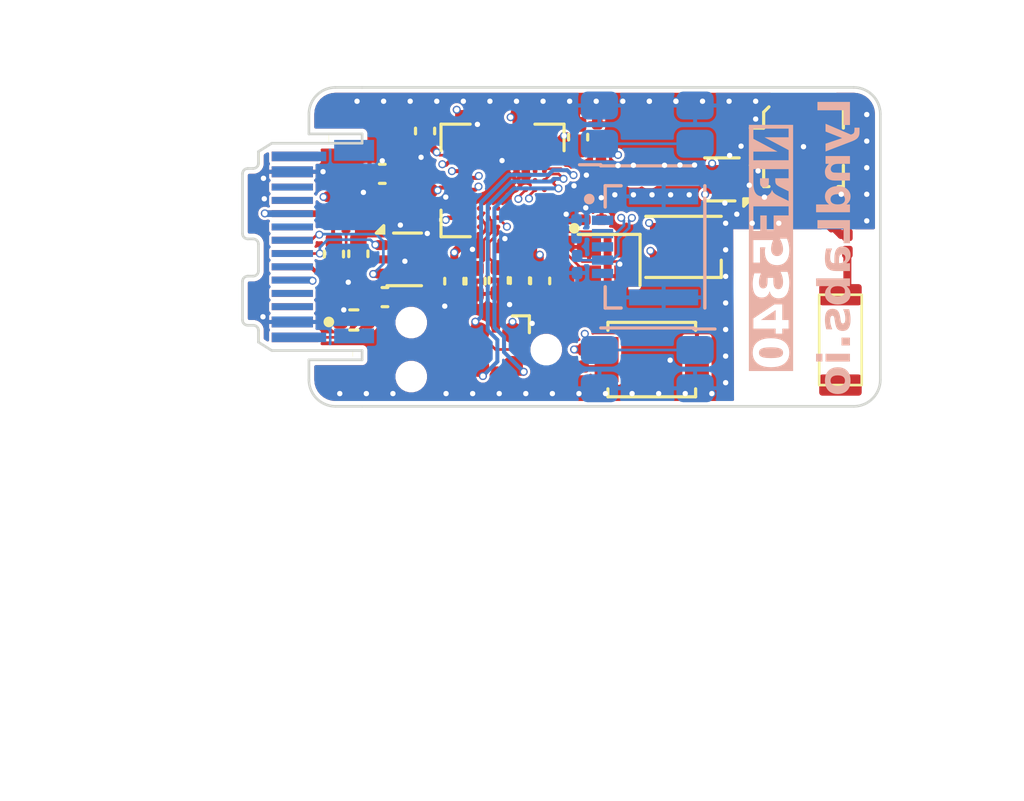
<source format=kicad_pcb>
(kicad_pcb (version 20241229) (generator "pcbnew") (generator_version "9.0")
  (layers (0 "F.Cu" signal) (4 "In1.Cu" signal) (6 "In2.Cu" signal) (2 "B.Cu" signal) (13 "F.Paste" user) (15 "B.Paste" user) (5 "F.SilkS" user "F.Silkscreen") (7 "B.SilkS" user "B.Silkscreen") (1 "F.Mask" user) (3 "B.Mask" user) (25 "Edge.Cuts" user))
  (net 0 "")
  (net 1 "Net-(AE1-A)")
  (net 2 "VDD_NRF")
  (net 3 "GND")
  (net 4 "VBUS")
  (net 5 "Net-(C11-Pad1)")
  (net 6 "Net-(U1B-DECUSB)")
  (net 7 "DECR")
  (net 8 "XL1")
  (net 9 "XL2")
  (net 10 "Net-(U2-GND)")
  (net 11 "Net-(C25-Pad1)")
  (net 12 "NFC1")
  (net 13 "NFC2")
  (net 14 "Net-(U1B-DECD)")
  (net 15 "Net-(U1B-DECRF)")
  (net 16 "Net-(U1B-DECA)")
  (net 17 "Net-(U1B-DECN)")
  (net 18 "USB_D+")
  (net 19 "USB_D-")
  (net 22 "CC2")
  (net 26 "CC1")
  (net 28 "DIN+")
  (net 29 "unconnected-(P1-VCONN-PadB5)")
  (net 31 "DIN-")
  (net 33 "SWCLK")
  (net 34 "RST")
  (net 36 "SWDIO")
  (net 39 "LED")
  (net 40 "Net-(U1B-VBUS)")
  (net 41 "Net-(U1A-ANT)")
  (net 42 "VOL-A")
  (net 43 "VOL-B")
  (net 46 "Net-(U1A-XC1)")
  (net 59 "Net-(U1A-XC2)")
  (net 90 "Net-(P1-SHIELD)")
  (net 94 "Net-(U3-ANT)")
  (net 95 "Net-(J6-In)")
  (net 96 "VCTL")
  (net 97 "Net-(U3-RF2)")
  (footprint "LyndLabs:JAE_DX07P024AJ1R1500" (layer "F.Cu") (at -12 0 -90)
    (property "Reference" "P1" (hide yes))
    (property "Value" "USB_C_Plug")
  )
  (footprint "Capacitor_SMD:C_0201_0603Metric" (layer "F.Cu") (at 9.27 -1.11 180)
    (property "Reference" "C13" (hide yes))
    (property "Value" "2.2pF")
  )
  (footprint "LED_SMD:LED_WS2812B-2020_PLCC4_2.0x2.0mm" (layer "F.Cu") (at 4.595 0 180)
    (property "Reference" "D2" (hide yes))
    (property "Value" "WS2812B-2020")
  )
  (footprint "Capacitor_SMD:C_0402_1005Metric" (layer "F.Cu") (at -6.74 -2.75 180)
    (property "Reference" "C30" (hide yes))
    (property "Value" "1uF")
  )
  (footprint "Capacitor_SMD:C_0402_1005Metric" (layer "F.Cu") (at -5.13 -4.36 -90)
    (property "Reference" "C47" (hide yes))
    (property "Value" "1uF")
  )
  (footprint "Capacitor_SMD:C_0402_1005Metric" (layer "F.Cu") (at 0.63 -4.13 -90)
    (property "Reference" "C9" (hide yes))
    (property "Value" "1uF")
  )
  (footprint "Inductor_SMD:L_0402_1005Metric" (layer "F.Cu") (at -8.105001 -0.980002)
    (property "Reference" "L5" (hide yes))
    (property "Value" "120R")
  )
  (footprint "Capacitor_SMD:C_0402_1005Metric" (layer "F.Cu") (at -3.23 1.29 -90)
    (property "Reference" "C45" (hide yes))
    (property "Value" "1uF")
  )
  (footprint "Capacitor_SMD:C_0201_0603Metric" (layer "F.Cu") (at -5.49 -2.43 90)
    (property "Reference" "C16" (hide yes))
    (property "Value" "4.7uf")
  )
  (footprint "Crystal:Crystal_SMD_2016-4Pin_2.0x1.6mm" (layer "F.Cu") (at 1.74 0.55 180)
    (property "Reference" "Y1" (hide yes))
    (property "Value" "32MHz")
  )
  (footprint "Capacitor_SMD:C_0402_1005Metric" (layer "F.Cu") (at -2.36 1.26 -90)
    (property "Reference" "C43" (hide yes))
    (property "Value" "1uF")
  )
  (footprint "Capacitor_SMD:C_0201_0603Metric" (layer "F.Cu") (at -2.02 0.04 180)
    (property "Reference" "C46" (hide yes))
    (property "Value" "100nF")
  )
  (footprint "Capacitor_SMD:C_0201_0603Metric" (layer "F.Cu") (at 10.4 -1.03 45)
    (property "Reference" "C11" (hide yes))
    (property "Value" ".7pF")
  )
  (footprint "Resistor_SMD:R_0201_0603Metric" (layer "F.Cu") (at -5.14 -1.33 180)
    (property "Reference" "R1" (hide yes))
    (property "Value" "2.2")
  )
  (footprint "Capacitor_SMD:C_0201_0603Metric" (layer "F.Cu") (at 1.19 -1.02)
    (property "Reference" "C44" (hide yes))
    (property "Value" "2.2nF")
  )
  (footprint "Resistor_SMD:R_0201_0603Metric" (layer "F.Cu") (at -8.36 1.89)
    (property "Reference" "R5" (hide yes))
    (property "Value" "5.1K")
  )
  (footprint "Inductor_SMD:L_0201_0603Metric" (layer "F.Cu") (at 2.419999 -2.53 180)
    (property "Reference" "L4" (hide yes))
    (property "Value" "2.2nH")
  )
  (footprint "Capacitor_SMD:C_0402_1005Metric" (layer "F.Cu") (at -7.64 0.26 -90)
    (property "Reference" "C27" (hide yes))
    (property "Value" "100nF")
  )
  (footprint "Button_Switch_SMD:SW_SPST_B3U-1000P" (layer "F.Cu") (at 3.4 4.24)
    (property "Reference" "SW3" (hide yes))
    (property "Value" "Reset")
  )
  (footprint "Connector:Tag-Connect_TC2030-IDC-NL_2x03_P1.27mm_Vertical" (layer "F.Cu") (at -3.11 3.864 180)
    (property "Reference" "J3" (hide yes))
    (property "Value" "SWD")
  )
  (footprint "Capacitor_SMD:C_0402_1005Metric" (layer "F.Cu") (at -1.56 1.27 90)
    (property "Reference" "C20" (hide yes))
    (property "Value" "1uF")
  )
  (footprint "Package_DFN_QFN:DFN-6_1.3x1.2mm_P0.4mm" (layer "F.Cu") (at 6.04 -2.54 180)
    (property "Reference" "U3" (hide yes))
    (property "Value" "~")
  )
  (footprint "Capacitor_SMD:C_0201_0603Metric" (layer "F.Cu") (at -4.88 -2.44 -90)
    (property "Reference" "C6" (hide yes))
    (property "Value" "100nF")
  )
  (footprint "LyndLabs:NRF5340-4x4" (layer "F.Cu") (at -2.215001 -2.5 180)
    (property "Reference" "U1" (hide yes))
    (property "Value" "nRF5340-CLXX")
  )
  (footprint "Capacitor_SMD:C_0201_0603Metric" (layer "F.Cu") (at -1.36 -4.96 180)
    (property "Reference" "C1" (hide yes))
    (property "Value" "100nF")
  )
  (footprint "Package_TO_SOT_SMD:SOT-666" (layer "F.Cu") (at -5.915 0.47)
    (property "Reference" "U2" (hide yes))
    (property "Value" "USBLC6-2P6")
  )
  (footprint "Inductor_SMD:L_0201_0603Metric" (layer "F.Cu") (at 10.76 -0.13 90)
    (property "Reference" "L1" (hide yes))
    (property "Value" "4.7nh")
  )
  (footprint "Resistor_SMD:R_0402_1005Metric" (layer "F.Cu") (at -7.81 2.75 180)
    (property "Reference" "R2" (hide yes))
    (property "Value" "1M0")
  )
  (footprint "Capacitor_SMD:C_0402_1005Metric" (layer "F.Cu") (at -0.799998 1.28 90)
    (property "Reference" "C47" (hide yes))
    (property "Value" "1uF")
  )
  (footprint "Resistor_SMD:R_0201_0603Metric" (layer "F.Cu") (at 0.83 4.18 90)
    (property "Reference" "R3" (hide yes))
    (property "Value" "10K")
  )
  (footprint "Capacitor_SMD:C_0201_0603Metric" (layer "F.Cu") (at -6.53 -2.08 180)
    (property "Reference" "C32" (hide yes))
    (property "Value" "100nF")
  )
  (footprint "Connector_Coaxial:U.FL_Molex_MCRF_73412-0110_Vertical" (layer "F.Cu") (at 9.11 -3.77 -90)
    (property "Reference" "J6" (hide yes))
    (property "Value" "u.fl")
  )
  (footprint "Resistor_SMD:R_0201_0603Metric" (layer "F.Cu") (at 3.299999 -2.86 90)
    (property "Reference" "C18" (hide yes))
    (property "Value" "NC")
  )
  (footprint "Capacitor_SMD:C_0201_0603Metric" (layer "F.Cu") (at 1.35 -4.33 -90)
    (property "Reference" "C4" (hide yes))
    (property "Value" "100nF")
  )
  (footprint "Capacitor_SMD:C_0402_1005Metric" (layer "F.Cu") (at -4.03 1.29 90)
    (property "Reference" "C8" (hide yes))
    (property "Value" "1uF")
  )
  (footprint "Capacitor_SMD:C_0201_0603Metric" (layer "F.Cu") (at -5.14 -0.81)
    (property "Reference" "C10" (hide yes))
    (property "Value" "4.7uf")
  )
  (footprint "Capacitor_SMD:C_0402_1005Metric" (layer "F.Cu") (at -6.64 1.89)
    (property "Reference" "C24" (hide yes))
    (property "Value" "4.7nF")
  )
  (footprint "Capacitor_SMD:C_0402_1005Metric" (layer "F.Cu") (at -8.559999 0.270005 -90)
    (property "Reference" "C25" (hide yes))
    (property "Value" "10nF")
  )
  (footprint "Capacitor_SMD:C_0201_0603Metric" (layer "F.Cu") (at -0.11 1.47 90)
    (property "Reference" "C3" (hide yes))
    (property "Value" "100nF")
  )
  (footprint "Capacitor_SMD:C_0201_0603Metric" (layer "F.Cu") (at 1.49 -2.87 90)
    (property "Reference" "C21" (hide yes))
    (property "Value" ".7pF" (hide yes))
  )
  (footprint "Capacitor_SMD:C_0201_0603Metric" (layer "F.Cu") (at -4.09 -4.95)
    (property "Reference" "C2" (hide yes))
    (property "Value" "100nF")
  )
  (footprint "Resistor_SMD:R_0201_0603Metric" (layer "F.Cu") (at -8.39 -1.89)
    (property "Reference" "R4" (hide yes))
    (property "Value" "5.1K")
  )
  (footprint "LyndLabs:2450AT18B100" (layer "F.Cu") (at 10.5 3.5 -90)
    (property "Reference" "AE1" (hide yes))
    (property "Value" "2450AT18B100")
  )
  (footprint "Capacitor_SMD:C_0201_0603Metric" (layer "B.Cu") (at 0.570002 -0.68 90)
    (property "Reference" "C42" (hide yes))
    (property "Value" "300pF")
  )
  (footprint "Capacitor_SMD:C_0201_0603Metric" (layer "B.Cu") (at 0.59 0.66 90)
    (property "Reference" "C41" (hide yes))
    (property "Value" "300pF")
  )
  (footprint "Button_Switch_SMD:SW_SPST_EVQP7A" (layer "B.Cu") (at 3.23 4.6 180)
    (property "Reference" "SW2" (hide yes))
    (property "Value" "SW_Push")
  )
  (footprint "LyndLabs:MOLEX_51281-0594" (layer "B.Cu") (at 1.5475 0 -90)
    (property "Reference" "J1" (hide yes))
    (property "Value" "Molex 51281-0594")
  )
  (footprint "Button_Switch_SMD:SW_SPST_EVQP7A" (layer "B.Cu") (at 3.23 -4.6)
    (property "Reference" "SW1" (hide yes))
    (property "Value" "SW_Push")
  )
  (gr_line (start -9.5 -4.25) (end -9.5 -5.000001) (stroke (width 0.1)) (layer "Edge.Cuts"))
  (gr_line (start 12 5) (end 12 -5) (stroke (width 0.1)) (layer "Edge.Cuts"))
  (gr_line (start -11.4 3.150002) (end -11.4 3.585) (stroke (width 0.1)) (layer "Edge.Cuts"))
  (gr_line (start -10.9 -3.9) (end -11.4 -3.585) (stroke (width 0.1)) (layer "Edge.Cuts"))
  (gr_arc (start -11.4 0.899999) (mid -11.458579 1.041421) (end -11.600001 1.1) (stroke (width 0.1)) (layer "Edge.Cuts"))
  (gr_line (start -11.4 -0.099999) (end -11.4 0.899999) (stroke (width 0.1)) (layer "Edge.Cuts"))
  (gr_arc (start -12 -2.749999) (mid -11.941421 -2.891421) (end -11.799998 -2.95) (stroke (width 0.1)) (layer "Edge.Cuts"))
  (gr_line (start -12 1.300001) (end -12 2.749998) (stroke (width 0.1)) (layer "Edge.Cuts"))
  (gr_arc (start -9.5 -5.000001) (mid -9.207107 -5.707107) (end -8.500001 -6) (stroke (width 0.1)) (layer "Edge.Cuts"))
  (gr_line (start -7.5 3.9) (end -7.5 4.25) (stroke (width 0.1)) (layer "Edge.Cuts"))
  (gr_line (start -12 -2.749999) (end -12 -0.500001) (stroke (width 0.1)) (layer "Edge.Cuts"))
  (gr_arc (start -11.799998 -0.3) (mid -11.941421 -0.358579) (end -12 -0.500001) (stroke (width 0.1)) (layer "Edge.Cuts"))
  (gr_line (start -11.600001 1.1) (end -11.799999 1.1) (stroke (width 0.1)) (layer "Edge.Cuts"))
  (gr_line (start -7.5 -3.9) (end -7.5 -4.25) (stroke (width 0.1)) (layer "Edge.Cuts"))
  (gr_line (start -11.799999 2.95) (end -11.600001 2.95) (stroke (width 0.1)) (layer "Edge.Cuts"))
  (gr_arc (start -8.500001 6) (mid -9.207107 5.707107) (end -9.5 5.000001) (stroke (width 0.1)) (layer "Edge.Cuts"))
  (gr_line (start -10.9 3.9) (end -7.5 3.9) (stroke (width 0.1)) (layer "Edge.Cuts"))
  (gr_line (start -11.600002 -2.95) (end -11.799998 -2.95) (stroke (width 0.1)) (layer "Edge.Cuts"))
  (gr_arc (start 12 5) (mid 11.707107 5.707107) (end 11 6) (stroke (width 0.1)) (layer "Edge.Cuts"))
  (gr_arc (start -11.600001 -0.3) (mid -11.458579 -0.241421) (end -11.4 -0.099999) (stroke (width 0.1)) (layer "Edge.Cuts"))
  (gr_arc (start -12 1.300001) (mid -11.941421 1.158579) (end -11.799999 1.1) (stroke (width 0.1)) (layer "Edge.Cuts"))
  (gr_line (start -8.500001 -6) (end -7.5 -6) (stroke (width 0.1)) (layer "Edge.Cuts"))
  (gr_line (start -7.5 -3.9) (end -10.9 -3.9) (stroke (width 0.1)) (layer "Edge.Cuts"))
  (gr_line (start -7.5 -4.25) (end -9.5 -4.25) (stroke (width 0.1)) (layer "Edge.Cuts"))
  (gr_line (start 11 -6) (end -7.5 -6) (stroke (width 0.1)) (layer "Edge.Cuts"))
  (gr_line (start -11.4 3.585) (end -10.9 3.9) (stroke (width 0.1)) (layer "Edge.Cuts"))
  (gr_arc (start -11.600001 2.95) (mid -11.458579 3.008579) (end -11.4 3.150002) (stroke (width 0.1)) (layer "Edge.Cuts"))
  (gr_line (start -11.4 -3.585) (end -11.4 -3.150001) (stroke (width 0.1)) (layer "Edge.Cuts"))
  (gr_line (start -9.5 4.25) (end -9.5 5.000001) (stroke (width 0.1)) (layer "Edge.Cuts"))
  (gr_arc (start -11.4 -3.150001) (mid -11.458579 -3.008579) (end -11.600002 -2.95) (stroke (width 0.1)) (layer "Edge.Cuts"))
  (gr_line (start -11.799998 -0.3) (end -11.600001 -0.3) (stroke (width 0.1)) (layer "Edge.Cuts"))
  (gr_line (start -7.5 6) (end 11 6) (stroke (width 0.1)) (layer "Edge.Cuts"))
  (gr_line (start -8.500001 6) (end -7.5 6) (stroke (width 0.1)) (layer "Edge.Cuts"))
  (gr_line (start -7.5 4.25) (end -9.5 4.25) (stroke (width 0.1)) (layer "Edge.Cuts"))
  (gr_arc (start 11 -6) (mid 11.707107 -5.707107) (end 12 -5) (stroke (width 0.1)) (layer "Edge.Cuts"))
  (gr_arc (start -11.799999 2.95) (mid -11.941421 2.891421) (end -12 2.749998) (stroke (width 0.1)) (layer "Edge.Cuts"))
  (gr_text "NRF5340" (at 8.01 0 90) (layer "B.SilkS" knockout) (effects (font (size 1.3 1.3) (thickness 0.26) (bold yes)) (justify mirror)))
  (gr_text "LyndLabs.io" (at 10.36 0 90) (layer "B.SilkS") (effects (font (size 1.2 1.2) (thickness 0.25) (bold yes)) (justify mirror)))
  (segment (start 10.76 1.539999) (end 10.5 1.799999) (width 0.3) (layer "F.Cu") (net 1))
  (segment (start 10.76 0.19) (end 10.76 1.539999) (width 0.3) (layer "F.Cu") (net 1))
  (segment (start -4.03 0.81) (end -4.03 0.211212) (width 0.3) (layer "F.Cu") (net 2))
  (segment (start -2.05015 -0.760149) (end -2.390001 -1.1) (width 0.1) (layer "F.Cu") (net 2))
  (segment (start -0.990001 -1.577279) (end -0.990001 -0.75) (width 0.15) (layer "F.Cu") (net 2))
  (segment (start 0.63 -3.65) (end 0.8 -3.65) (width 0.3) (layer "F.Cu") (net 2))
  (segment (start -0.99 0.609998) (end -0.99 -0.749999) (width 0.15) (layer "F.Cu") (net 2))
  (segment (start -4.140001 -1.1) (end -4.268279 -1.1) (width 0.15) (layer "F.Cu") (net 2))
  (segment (start -0.640001 -1.8) (end -0.76728 -1.8) (width 0.15) (layer "F.Cu") (net 2))
  (segment (start -4.56 -2.23) (end -4.66 -2.13) (width 0.15) (layer "F.Cu") (net 2))
  (segment (start -4.268279 -1.1) (end -4.354371 -1.013908) (width 0.15) (layer "F.Cu") (net 2))
  (segment (start -0.815 0.520996) (end -0.947001 0.652997) (width 0.3) (layer "F.Cu") (net 2))
  (segment (start -4.58 -3.45) (end -4.69 -3.56) (width 0.1) (layer "F.Cu") (net 2))
  (segment (start -4.69 -3.56) (end -5.01 -3.88) (width 0.3) (layer "F.Cu") (net 2))
  (segment (start -4.03 0.211212) (end -3.440001 -0.378787) (width 0.3) (layer "F.Cu") (net 2))
  (segment (start 3.68 0.55) (end 3.68 0.48) (width 0.3) (layer "F.Cu") (net 2))
  (segment (start 3.68 0.48) (end 3.349 0.149) (width 0.3) (layer "F.Cu") (net 2))
  (segment (start -1.84 3.229) (end -1.84 2.82) (width 0.1) (layer "F.Cu") (net 2))
  (segment (start -4.040001 -3.45) (end -4.58 -3.45) (width 0.1) (layer "F.Cu") (net 2))
  (segment (start -3.790001 -4.929999) (end -3.77 -4.95) (width 0.15) (layer "F.Cu") (net 2))
  (segment (start -0.46 0.8) (end -0.11 1.15) (width 0.3) (layer "F.Cu") (net 2))
  (segment (start -3.440001 -0.378787) (end -3.440001 -1.1) (width 0.3) (layer "F.Cu") (net 2))
  (segment (start -0.799998 0.8) (end -0.947001 0.652997) (width 0.3) (layer "F.Cu") (net 2))
  (segment (start 1.16 -4.01) (end 1.35 -4.01) (width 0.3) (layer "F.Cu") (net 2))
  (segment (start -5.01 -3.88) (end -5.13 -3.88) (width 0.3) (layer "F.Cu") (net 2))
  (segment (start -3.870001 -2.23) (end -4.56 -2.23) (width 0.15) (layer "F.Cu") (net 2))
  (segment (start -3.790001 -4.25) (end -3.790001 -4.929999) (width 0.15) (layer "F.Cu") (net 2))
  (segment (start -3.790001 -3.2) (end -4.040001 -3.45) (width 0.1) (layer "F.Cu") (net 2))
  (segment (start 0.48 3.86) (end 0.83 3.86) (width 0.3) (layer "F.Cu") (net 2))
  (segment (start -0.815 0.295) (end -0.815 0.520996) (width 0.3) (layer "F.Cu") (net 2))
  (segment (start -0.76728 -1.8) (end -0.990001 -1.577279) (width 0.15) (layer "F.Cu") (net 2))
  (segment (start -0.799998 0.8) (end -0.46 0.8) (width 0.3) (layer "F.Cu") (net 2))
  (segment (start -0.99 -0.749999) (end -0.990001 -0.75) (width 0.15) (layer "F.Cu") (net 2))
  (segment (start -1.690001 -4.25) (end -1.690001 -4.949999) (width 0.3) (layer "F.Cu") (net 2))
  (segment (start 0.8 -3.65) (end 1.16 -4.01) (width 0.3) (layer "F.Cu") (net 2))
  (segment (start -1.690001 -4.949999) (end -1.68 -4.96) (width 0.3) (layer "F.Cu") (net 2))
  (segment (start -3.790001 -2.15) (end -3.870001 -2.23) (width 0.15) (layer "F.Cu") (net 2))
  (segment (start -0.947001 0.652997) (end -0.99 0.609998) (width 0.15) (layer "F.Cu") (net 2))
  (via (at 3.349 0.149) (size 0.3) (drill 0.2) (layers "F.Cu" "B.Cu") (net 2))
  (via (at -4.03 0.211212) (size 0.3) (drill 0.2) (layers "F.Cu" "B.Cu") (net 2))
  (via (at -1.91 -4.88) (size 0.3) (drill 0.2) (layers "F.Cu" "B.Cu") (net 2))
  (via (at -1.84 2.82) (size 0.3) (drill 0.2) (layers "F.Cu" "B.Cu") (net 2))
  (via (at -0.815 0.295) (size 0.3) (drill 0.2) (layers "F.Cu" "B.Cu") (net 2))
  (via (at -2.05015 -0.760149) (size 0.3) (drill 0.2) (layers "F.Cu" "B.Cu") (net 2))
  (via (at -4.66 -2.13) (size 0.3) (drill 0.2) (layers "F.Cu" "B.Cu") (net 2))
  (via (at 5.672694 -3.138319) (size 0.3) (drill 0.2) (layers "F.Cu" "B.Cu") (net 2))
  (via (at -4.354371 -1.013908) (size 0.3) (drill 0.2) (layers "F.Cu" "B.Cu") (net 2))
  (via (at 0.48 3.86) (size 0.3) (drill 0.2) (layers "F.Cu" "B.Cu") (net 2))
  (via (at 0.1 -4.18) (size 0.3) (drill 0.2) (layers "F.Cu" "B.Cu") (net 2))
  (via (at -4.69 -3.56) (size 0.3) (drill 0.2) (layers "F.Cu" "B.Cu") (net 2))
  (via (at -3.94 -5.16) (size 0.3) (drill 0.2) (layers "F.Cu" "B.Cu") (net 2))
  (segment (start -4.140001 -1.8) (end -4.277996 -1.8) (width 0.15) (layer "F.Cu") (net 3))
  (segment (start -4.277996 -1.8) (end -4.351987 -1.873991) (width 0.15) (layer "F.Cu") (net 3))
  (via (at -1.34 5.52) (size 0.3) (drill 0.2) (layers "F.Cu" "B.Cu") (net 3))
  (via (at 6.18 3.11) (size 0.3) (drill 0.2) (layers "F.Cu" "B.Cu") (net 3))
  (via (at 7.64 -1.87) (size 0.3) (drill 0.2) (layers "F.Cu" "B.Cu") (net 3))
  (via (at 2.66 5.52) (size 0.3) (drill 0.2) (layers "F.Cu" "B.Cu") (net 3))
  (via (at 0.66 5.52) (size 0.3) (drill 0.2) (layers "F.Cu" "B.Cu") (net 3))
  (via (at 9.11 -3.77) (size 0.3) (drill 0.2) (layers "F.Cu" "B.Cu") (net 3))
  (via (at -1.1 2.88) (size 0.3) (drill 0.2) (layers "F.Cu" "B.Cu") (net 3))
  (via (at 4.46 -3.08) (size 0.3) (drill 0.2) (layers "F.Cu" "B.Cu") (net 3))
  (via (at 4.31 -5.48) (size 0.3) (drill 0.2) (layers "F.Cu" "B.Cu") (net 3))
  (via (at 6.15 -1.65) (size 0.3) (drill 0.2) (layers "F.Cu" "B.Cu") (net 3))
  (via (at 0.18 -1.229) (size 0.3) (drill 0.2) (layers "F.Cu" "B.Cu") (net 3))
  (via (at 0.94 -2.7) (size 0.3) (drill 0.2) (layers "F.Cu" "B.Cu") (net 3))
  (via (at 4.31 -5.48) (size 0.3) (drill 0.2) (layers "F.Cu" "B.Cu") (net 3))
  (via (at 2.01 -1.96) (size 0.3) (drill 0.2) (layers "F.Cu" "B.Cu") (net 3))
  (via (at 7.31 -5.48) (size 0.3) (drill 0.2) (layers "F.Cu" "B.Cu") (net 3))
  (via (at -4.351987 -1.873991) (size 0.3) (drill 0.2) (layers "F.Cu" "B.Cu") (net 3))
  (via (at 6.18 2.11) (size 0.3) (drill 0.2) (layers "F.Cu" "B.Cu") (net 3))
  (via (at 2.197502 0.650002) (size 0.3) (drill 0.2) (layers "F.Cu" "B.Cu") (net 3))
  (via (at -2.2342 -3.247795) (size 0.3) (drill 0.2) (layers "F.Cu" "B.Cu") (net 3))
  (via (at 6.18 -0.89) (size 0.3) (drill 0.2) (layers "F.Cu" "B.Cu") (net 3))
  (via (at -2.69 -5.48) (size 0.3) (drill 0.2) (layers "F.Cu" "B.Cu") (net 3))
  (via (at 8.18 -0.89) (size 0.3) (drill 0.2) (layers "F.Cu" "B.Cu") (net 3))
  (via (at 6.18 1.11) (size 0.3) (drill 0.2) (layers "F.Cu" "B.Cu") (net 3))
  (via (at -6.69 -5.48) (size 0.3) (drill 0.2) (layers "F.Cu" "B.Cu") (net 3))
  (via (at 6.18 5.11) (size 0.3) (drill 0.2) (layers "F.Cu" "B.Cu") (net 3))
  (via (at -4.34 5.52) (size 0.3) (drill 0.2) (layers "F.Cu" "B.Cu") (net 3))
  (via (at 11.49 -2.98) (size 0.3) (drill 0.2) (layers "F.Cu" "B.Cu") (net 3))
  (via (at -7.34 5.52) (size 0.3) (drill 0.2) (layers "F.Cu" "B.Cu") (net 3))
  (via (at 11.49 -1.98) (size 0.3) (drill 0.2) (layers "F.Cu" "B.Cu") (net 3))
  (via (at -11.21 -2.58) (size 0.3) (drill 0.2) (layers "F.Cu" "B.Cu") (net 3))
  (via (at 6.76 -3.79) (size 0.3) (drill 0.2) (layers "F.Cu" "B.Cu") (net 3))
  (via (at 6.33 -3.44) (size 0.3) (drill 0.2) (layers "F.Cu" "B.Cu") (net 3))
  (via (at 5.01 -3.08) (size 0.3) (drill 0.2) (layers "F.Cu" "B.Cu") (net 3))
  (via (at 11.49 -4.98) (size 0.3) (drill 0.2) (layers "F.Cu" "B.Cu") (net 3))
  (via (at -6.34 5.52) (size 0.3) (drill 0.2) (layers "F.Cu" "B.Cu") (net 3))
  (via (at -11.23 2.63) (size 0.3) (drill 0.2) (layers "F.Cu" "B.Cu") (net 3))
  (via (at -1.95 2.17) (size 0.3) (drill 0.2) (layers "F.Cu" "B.Cu") (net 3))
  (via (at 6.18 4.11) (size 0.3) (drill 0.2) (layers "F.Cu" "B.Cu") (net 3))
  (via (at -3.347 0.093897) (size 0.3) (drill 0.2) (layers "F.Cu" "B.Cu") (net 3))
  (via (at 6.18 0.11) (size 0.3) (drill 0.2) (layers "F.Cu" "B.Cu") (net 3))
  (via (at 1.5 -1.85) (size 0.3) (drill 0.2) (layers "F.Cu" "B.Cu") (net 3))
  (via (at 1.66 5.52) (size 0.3) (drill 0.2) (layers "F.Cu" "B.Cu") (net 3))
  (via (at 11.49 -0.98) (size 0.3) (drill 0.2) (layers "F.Cu" "B.Cu") (net 3))
  (via (at -3.69 -5.48) (size 0.3) (drill 0.2) (layers "F.Cu" "B.Cu") (net 3))
  (via (at 2.31 -5.48) (size 0.3) (drill 0.2) (layers "F.Cu" "B.Cu") (net 3))
  (via (at -7.45 -2.05) (size 0.3) (drill 0.2) (layers "F.Cu" "B.Cu") (net 3))
  (via (at -5.046036 -0.505) (size 0.3) (drill 0.2) (layers "F.Cu" "B.Cu") (net 3))
  (via (at 3.66 5.52) (size 0.3) (drill 0.2) (layers "F.Cu" "B.Cu") (net 3))
  (via (at 0.31 -5.48) (size 0.3) (drill 0.2) (layers "F.Cu" "B.Cu") (net 3))
  (via (at -0.69 -5.48) (size 0.3) (drill 0.2) (layers "F.Cu" "B.Cu") (net 3))
  (via (at 3.31 -5.48) (size 0.3) (drill 0.2) (layers "F.Cu" "B.Cu") (net 3))
  (via (at 5.66 5.52) (size 0.3) (drill 0.2) (layers "F.Cu" "B.Cu") (net 3))
  (via (at 2.13 -3.06) (size 0.3) (drill 0.2) (layers "F.Cu" "B.Cu") (net 3))
  (via (at -7.69 -5.48) (size 0.3) (drill 0.2) (layers "F.Cu" "B.Cu") (net 3))
  (via (at -3.16 -4.61) (size 0.3) (drill 0.2) (layers "F.Cu" "B.Cu") (net 3))
  (via (at 7.07 -2.32) (size 0.3) (drill 0.2) (layers "F.Cu" "B.Cu") (net 3))
  (via (at -2.127026 -0.310701) (size 0.3) (drill 0.2) (layers "F.Cu" "B.Cu") (net 3))
  (via (at 7.31 -4.81) (size 0.3) (drill 0.2) (layers "F.Cu" "B.Cu") (net 3))
  (via (at 3.88 -3.07) (size 0.3) (drill 0.2) (layers "F.Cu" "B.Cu") (net 3))
  (via (at 6.6 -1.23) (size 0.3) (drill 0.2) (layers "F.Cu" "B.Cu") (net 3))
  (via (at 2.71 -1.96) (size 0.3) (drill 0.2) (layers "F.Cu" "B.Cu") (net 3))
  (via (at -5.280994 -3.371235) (size 0.3) (drill 0.2) (layers "F.Cu" "B.Cu") (net 3))
  (via (at 0.473235 -2.300886) (size 0.3) (drill 0.2) (layers "F.Cu" "B.Cu") (net 3))
  (via (at -5.69 -5.48) (size 0.3) (drill 0.2) (layers "F.Cu" "B.Cu") (net 3))
  (via (at -4.69 -5.48) (size 0.3) (drill 0.2) (layers "F.Cu" "B.Cu") (net 3))
  (via (at 11.49 -3.98) (size 0.3) (drill 0.2) (layers "F.Cu" "B.Cu") (net 3))
  (via (at 3.31 -5.48) (size 0.3) (drill 0.2) (layers "F.Cu" "B.Cu") (net 3))
  (via (at -8.02 1.33) (size 0.3) (drill 0.2) (layers "F.Cu" "B.Cu") (net 3))
  (via (at 4.66 5.52) (size 0.3) (drill 0.2) (layers "F.Cu" "B.Cu") (net 3))
  (via (at 10.53 -1.98) (size 0.3) (drill 0.2) (layers "F.Cu" "B.Cu") (net 3))
  (via (at -6.74 -3.24) (size 0.3) (drill 0.2) (layers "F.Cu" "B.Cu") (net 3))
  (via (at -5.89 0.54) (size 0.3) (drill 0.2) (layers "F.Cu" "B.Cu") (net 3))
  (via (at 4.81 -1.96) (size 0.3) (drill 0.2) (layers "F.Cu" "B.Cu") (net 3))
  (via (at -2.34 5.52) (size 0.3) (drill 0.2) (layers "F.Cu" "B.Cu") (net 3))
  (via (at 5.31 -5.48) (size 0.3) (drill 0.2) (layers "F.Cu" "B.Cu") (net 3))
  (via (at -8.19 2.37) (size 0.3) (drill 0.2) (layers "F.Cu" "B.Cu") (net 3))
  (via (at 3.41 -1.96) (size 0.3) (drill 0.2) (layers "F.Cu" "B.Cu") (net 3))
  (via (at 2.71 -3.07) (size 0.3) (drill 0.2) (layers "F.Cu" "B.Cu") (net 3))
  (via (at -4.39 2.23) (size 0.3) (drill 0.2) (layers "F.Cu" "B.Cu") (net 3))
  (via (at -8.34 5.52) (size 0.3) (drill 0.2) (layers "F.Cu" "B.Cu") (net 3))
  (via (at -6.06 -0.82) (size 0.3) (drill 0.2) (layers "F.Cu" "B.Cu") (net 3))
  (via (at 1.31 -5.48) (size 0.3) (drill 0.2) (layers "F.Cu" "B.Cu") (net 3))
  (via (at -8.97 -2.83) (size 0.3) (drill 0.2) (layers "F.Cu" "B.Cu") (net 3))
  (via (at -11.18 -1.81) (size 0.3) (drill 0.2) (layers "F.Cu" "B.Cu") (net 3))
  (via (at -1.69 -5.48) (size 0.3) (drill 0.2) (layers "F.Cu" "B.Cu") (net 3))
  (via (at 0.916313 -1.47) (size 0.3) (drill 0.2) (layers "F.Cu" "B.Cu") (net 3))
  (via (at 4.091778 4.263459) (size 0.3) (drill 0.2) (layers "F.Cu" "B.Cu") (net 3))
  (via (at 7.18 -0.89) (size 0.3) (drill 0.2) (layers "F.Cu" "B.Cu") (net 3))
  (via (at -3.34 5.52) (size 0.3) (drill 0.2) (layers "F.Cu" "B.Cu") (net 3))
  (via (at 4.11 -1.96) (size 0.3) (drill 0.2) (layers "F.Cu" "B.Cu") (net 3))
  (via (at 6.31 -5.48) (size 0.3) (drill 0.2) (layers "F.Cu" "B.Cu") (net 3))
  (via (at -0.34 5.52) (size 0.3) (drill 0.2) (layers "F.Cu" "B.Cu") (net 3))
  (via (at 7.4 -2.86) (size 0.3) (drill 0.2) (layers "F.Cu" "B.Cu") (net 3))
  (segment (start -5.622761 0.162238) (end -5.622761 -0.307239) (width 0.3) (layer "F.Cu") (net 4))
  (segment (start -5.46 -1.33) (end -6.21 -2.08) (width 0.3) (layer "F.Cu") (net 4))
  (segment (start -4.99 0.47) (end -5.314999 0.47) (width 0.3) (layer "F.Cu") (net 4))
  (segment (start -6.21 -2.7) (end -6.26 -2.75) (width 0.3) (layer "F.Cu") (net 4))
  (segment (start -5.622761 -0.307239) (end -5.46 -0.47) (width 0.3) (layer "F.Cu") (net 4))
  (segment (start -5.314999 0.47) (end -5.622761 0.162238) (width 0.3) (layer "F.Cu") (net 4))
  (segment (start -5.46 -0.47) (end -5.46 -0.81) (width 0.3) (layer "F.Cu") (net 4))
  (segment (start -5.46 -0.81) (end -5.46 -1.33) (width 0.3) (layer "F.Cu") (net 4))
  (segment (start -6.21 -2.08) (end -6.21 -2.7) (width 0.3) (layer "F.Cu") (net 4))
  (segment (start 9.59 -1.11) (end 9.867452 -1.11) (width 0.3) (layer "F.Cu") (net 5))
  (segment (start 10.527452 -0.45) (end 10.76 -0.45) (width 0.3) (layer "F.Cu") (net 5))
  (segment (start 9.867452 -1.11) (end 10.527452 -0.45) (width 0.3) (layer "F.Cu") (net 5))
  (segment (start -3.790001 -1.480001) (end -3.86 -1.55) (width 0.1) (layer "F.Cu") (net 6))
  (segment (start -4.641262 -1.739) (end -5.119 -1.739) (width 0.1) (layer "F.Cu") (net 6))
  (segment (start -4.452262 -1.55) (end -4.641262 -1.739) (width 0.1) (layer "F.Cu") (net 6))
  (segment (start -3.790001 -1.45) (end -3.790001 -1.480001) (width 0.1) (layer "F.Cu") (net 6))
  (segment (start -3.86 -1.55) (end -4.452262 -1.55) (width 0.1) (layer "F.Cu") (net 6))
  (segment (start -5.119 -1.739) (end -5.49 -2.11) (width 0.1) (layer "F.Cu") (net 6))
  (segment (start -1.56 0.79) (end -1.248001 0.478001) (width 0.1) (layer "F.Cu") (net 7))
  (segment (start -1.248001 0.478001) (end -1.248001 -1.008) (width 0.1) (layer "F.Cu") (net 7))
  (segment (start -1.248001 -1.008) (end -1.340001 -1.1) (width 0.1) (layer "F.Cu") (net 7))
  (segment (start -6.455001 0.47) (end -6.78 0.47) (width 0.3) (layer "F.Cu") (net 10))
  (segment (start -7.620003 -0.239997) (end -7.64 -0.22) (width 0.3) (layer "F.Cu") (net 10))
  (segment (start -6.204 0.218999) (end -6.455001 0.47) (width 0.3) (layer "F.Cu") (net 10))
  (segment (start -6.204 -0.306648) (end -6.204 0.218999) (width 0.3) (layer "F.Cu") (net 10))
  (segment (start -7.354 -0.506) (end -6.403352 -0.506) (width 0.3) (layer "F.Cu") (net 10))
  (segment (start -7.414 -0.506) (end -7.414 -0.713999) (width 0.3) (layer "F.Cu") (net 10))
  (segment (start -7.64 -0.22) (end -7.354 -0.506) (width 0.3) (layer "F.Cu") (net 10))
  (segment (start -7.620003 -0.980002) (end -7.620003 -0.239997) (width 0.3) (layer "F.Cu") (net 10))
  (segment (start -6.403352 -0.506) (end -6.204 -0.306648) (width 0.3) (layer "F.Cu") (net 10))
  (segment (start -7.414 -0.713999) (end -7.680003 -0.980002) (width 0.3) (layer "F.Cu") (net 10))
  (segment (start -9.36481 1.27481) (end -10.10019 1.27481) (width 0.15) (layer "F.Cu") (net 11))
  (segment (start -10.10019 1.27481) (end -10.125 1.25) (width 0.15) (layer "F.Cu") (net 11))
  (segment (start -8.589999 -0.980002) (end -8.589999 -0.239995) (width 0.15) (layer "F.Cu") (net 11))
  (segment (start -10.125 -1.25) (end -11.15 -1.25) (width 0.25) (layer "F.Cu") (net 11))
  (segment (start -8.859997 -1.25) (end -8.589999 -0.980002) (width 0.25) (layer "F.Cu") (net 11))
  (segment (start -8.559999 -0.950002) (end -8.589999 -0.980002) (width 0.15) (layer "F.Cu") (net 11))
  (segment (start -10.065 -1.25) (end -8.859997 -1.25) (width 0.25) (layer "F.Cu") (net 11))
  (segment (start -8.589999 -0.239995) (end -8.559999 -0.209995) (width 0.15) (layer "F.Cu") (net 11))
  (segment (start -11.15 -1.25) (end -11.16 -1.26) (width 0.25) (layer "F.Cu") (net 11))
  (via (at -11.16 -1.26) (size 0.3) (drill 0.2) (layers "F.Cu" "B.Cu") (net 11))
  (via (at -9.36481 1.27481) (size 0.3) (drill 0.2) (layers "F.Cu" "B.Cu") (net 11))
  (segment (start -9.36481 1.27481) (end -9.38962 1.25) (width 0.25) (layer "B.Cu") (net 11))
  (segment (start -11.15 -1.25) (end -11.16 -1.26) (width 0.25) (layer "B.Cu") (net 11))
  (segment (start -9.38962 1.25) (end -10.125 1.25) (width 0.25) (layer "B.Cu") (net 11))
  (segment (start -10.125 -1.25) (end -11.15 -1.25) (width 0.25) (layer "B.Cu") (net 11))
  (segment (start -3.790001 -2.85) (end -4.12 -2.85) (width 0.15) (layer "F.Cu") (net 12))
  (via (at 2.650986 -1.091139) (size 0.3) (drill 0.2) (layers "F.Cu" "B.Cu") (net 12))
  (via (at -4.12 -2.85) (size 0.3) (drill 0.2) (layers "F.Cu" "B.Cu") (net 12))
  (segment (start 2.14 0.281825) (end 1.921826 0.499999) (width 0.1) (layer "B.Cu") (net 12))
  (segment (start 2.650986 -1.091139) (end 2.551 -0.991153) (width 0.1) (layer "B.Cu") (net 12))
  (segment (start 1.5475 0.499999) (end 0.739999 0.499999) (width 0.1) (layer "B.Cu") (net 12))
  (segment (start 2.551 -0.991153) (end 2.551 -0.719243) (width 0.1) (layer "B.Cu") (net 12))
  (segment (start 2.551 -0.719243) (end 2.14 -0.308242) (width 0.1) (layer "B.Cu") (net 12))
  (segment (start 2.14 -0.308242) (end 2.14 0.281825) (width 0.1) (layer "B.Cu") (net 12))
  (segment (start 1.921826 0.499999) (end 1.5475 0.499999) (width 0.1) (layer "B.Cu") (net 12))
  (segment (start 0.739999 0.499999) (end 0.58 0.34) (width 0.1) (layer "B.Cu") (net 12))
  (segment (start -4.341034 -3.09) (end -4.46 -3.09) (width 0.15) (layer "F.Cu") (net 13))
  (segment (start -4.164001 -3.176) (end -4.255034 -3.176) (width 0.15) (layer "F.Cu") (net 13))
  (segment (start -4.140001 -3.2) (end -4.164001 -3.176) (width 0.15) (layer "F.Cu") (net 13))
  (segment (start -4.46 -3.09) (end -4.48 -3.11) (width 0.15) (layer "F.Cu") (net 13))
  (segment (start -4.255034 -3.176) (end -4.341034 -3.09) (width 0.15) (layer "F.Cu") (net 13))
  (via (at 2.251 -1.094756) (size 0.3) (drill 0.2) (layers "F.Cu" "B.Cu") (net 13))
  (via (at -4.48 -3.11) (size 0.3) (drill 0.2) (layers "F.Cu" "B.Cu") (net 13))
  (segment (start 2.251 -1.094756) (end 2.35 -0.995756) (width 0.1) (layer "B.Cu") (net 13))
  (segment (start 1.5475 -0.499999) (end 0.699999 -0.499999) (width 0.1) (layer "B.Cu") (net 13))
  (segment (start 0.699999 -0.499999) (end 0.56 -0.36) (width 0.1) (layer "B.Cu") (net 13))
  (segment (start 2.35 -0.802499) (end 2.0475 -0.499999) (width 0.1) (layer "B.Cu") (net 13))
  (segment (start 2.0475 -0.499999) (end 1.5475 -0.499999) (width 0.1) (layer "B.Cu") (net 13))
  (segment (start 2.35 -0.995756) (end 2.35 -0.802499) (width 0.1) (layer "B.Cu") (net 13))
  (segment (start -2.721 0.419) (end -2.721 -0.169) (width 0.1) (layer "F.Cu") (net 14))
  (segment (start -2.721 -0.169) (end -2.390001 -0.499999) (width 0.1) (layer "F.Cu") (net 14))
  (segment (start -2.390001 -0.499999) (end -2.390001 -0.75) (width 0.1) (layer "F.Cu") (net 14))
  (segment (start -2.36 0.78) (end -2.721 0.419) (width 0.1) (layer "F.Cu") (net 14))
  (segment (start 0.7 -1.02) (end 0.87 -1.02) (width 0.1) (layer "F.Cu") (net 15))
  (segment (start -0.090001 -0.9) (end 0.58 -0.9) (width 0.1) (layer "F.Cu") (net 15))
  (segment (start -0.290001 -1.1) (end -0.090001 -0.9) (width 0.1) (layer "F.Cu") (net 15))
  (segment (start 0.58 -0.9) (end 0.7 -1.02) (width 0.1) (layer "F.Cu") (net 15))
  (segment (start -2.631001 -0.543255) (end -2.827128 -0.347129) (width 0.1) (layer "F.Cu") (net 16))
  (segment (start -2.922 0.502) (end -3.23 0.81) (width 0.1) (layer "F.Cu") (net 16))
  (segment (start -2.631001 -0.990999) (end -2.631001 -0.543255) (width 0.1) (layer "F.Cu") (net 16))
  (segment (start -2.827128 -0.347129) (end -2.922 -0.252256) (width 0.1) (layer "F.Cu") (net 16))
  (segment (start -2.922 -0.252256) (end -2.922 0.502) (width 0.1) (layer "F.Cu") (net 16))
  (segment (start -2.740002 -1.1) (end -2.631001 -0.990999) (width 0.1) (layer "F.Cu") (net 16))
  (segment (start -1.449001 -0.510999) (end -1.449001 -0.859001) (width 0.1) (layer "F.Cu") (net 17))
  (segment (start -1.75 0.04) (end -1.75 -0.21) (width 0.1) (layer "F.Cu") (net 17))
  (segment (start -1.449001 -0.859001) (end -1.69 -1.1) (width 0.1) (layer "F.Cu") (net 17))
  (segment (start -1.75 -0.21) (end -1.449001 -0.510999) (width 0.1) (layer "F.Cu") (net 17))
  (segment (start -4.5625 -0.0675) (end -4.140001 -0.489999) (width 0.1) (layer "F.Cu") (net 18))
  (segment (start -4.140001 -0.489999) (end -4.140001 -0.750001) (width 0.1) (layer "F.Cu") (net 18))
  (segment (start -5.065 -0.0675) (end -4.5625 -0.0675) (width 0.1) (layer "F.Cu") (net 18))
  (segment (start -3.790001 -0.499999) (end -3.790001 -0.75) (width 0.1) (layer "F.Cu") (net 19))
  (segment (start -4.815001 1.0075) (end -4.51 0.702499) (width 0.1) (layer "F.Cu") (net 19))
  (segment (start -4.51 0.22) (end -3.790001 -0.499999) (width 0.1) (layer "F.Cu") (net 19))
  (segment (start -4.51 0.702499) (end -4.51 0.22) (width 0.1) (layer "F.Cu") (net 19))
  (segment (start -5.065 1.0075) (end -4.815001 1.0075) (width 0.1) (layer "F.Cu") (net 19))
  (via (at -8.95 -1.88) (size 0.3) (drill 0.2) (layers "F.Cu" "B.Cu") (net 22))
  (segment (start -9.43 0.75) (end -9.03 1.15) (width 0.15) (layer "F.Cu") (net 26))
  (segment (start -10.125 0.75) (end -9.43 0.75) (width 0.15) (layer "F.Cu") (net 26))
  (segment (start -9.03 1.54) (end -8.68 1.89) (width 0.15) (layer "F.Cu") (net 26))
  (segment (start -9.03 1.15) (end -9.03 1.54) (width 0.15) (layer "F.Cu") (net 26))
  (segment (start -10.125 0.25) (end -9.09 0.25) (width 0.1) (layer "F.Cu") (net 28))
  (segment (start -6.765 -0.0675) (end -6.9875 -0.0675) (width 0.1) (layer "F.Cu") (net 28))
  (segment (start -6.9875 -0.0675) (end -7 -0.08) (width 0.1) (layer "F.Cu") (net 28))
  (via (at -9.09 0.25) (size 0.3) (drill 0.2) (layers "F.Cu" "B.Cu") (net 28))
  (via (at -7 -0.08) (size 0.3) (drill 0.2) (layers "F.Cu" "B.Cu") (net 28))
  (segment (start -8.8 -0.27) (end -7.19 -0.27) (width 0.1) (layer "B.Cu") (net 28))
  (segment (start -9.09 0.02) (end -8.8 -0.27) (width 0.1) (layer "B.Cu") (net 28))
  (segment (start -7.19 -0.27) (end -7 -0.08) (width 0.1) (layer "B.Cu") (net 28))
  (segment (start -9.09 0.25) (end -9.09 0.02) (width 0.1) (layer "B.Cu") (net 28))
  (segment (start -10.115 -0.74) (end -10.125 -0.75) (width 0.15) (layer "B.Cu") (net 29))
  (segment (start -9.11 -0.46) (end -9.2 -0.46) (width 0.1) (layer "F.Cu") (net 31))
  (segment (start -9.2 -0.46) (end -9.41 -0.25) (width 0.1) (layer "F.Cu") (net 31))
  (segment (start -7.08 1.02) (end -6.7775 1.02) (width 0.3) (layer "F.Cu") (net 31))
  (segment (start -6.7775 1.02) (end -6.765 1.0075) (width 0.3) (layer "F.Cu") (net 31))
  (segment (start -9.41 -0.25) (end -10.125 -0.25) (width 0.1) (layer "F.Cu") (net 31))
  (via (at -7.08 1.02) (size 0.3) (drill 0.2) (layers "F.Cu" "B.Cu") (net 31))
  (via (at -9.11 -0.46) (size 0.3) (drill 0.2) (layers "F.Cu" "B.Cu") (net 31))
  (segment (start -6.974321 -0.48) (end -6.699 -0.204679) (width 0.1) (layer "B.Cu") (net 31))
  (segment (start -6.699 0.639) (end -7.08 1.02) (width 0.1) (layer "B.Cu") (net 31))
  (segment (start -9.09 -0.48) (end -6.974321 -0.48) (width 0.1) (layer "B.Cu") (net 31))
  (segment (start -6.699 -0.204679) (end -6.699 0.639) (width 0.1) (layer "B.Cu") (net 31))
  (segment (start -9.11 -0.46) (end -9.09 -0.48) (width 0.1) (layer "B.Cu") (net 31))
  (segment (start -2.954 4.86) (end -2.954 4.655) (width 0.3) (layer "F.Cu") (net 33))
  (segment (start -2.954 4.655) (end -3.11 4.499) (width 0.3) (layer "F.Cu") (net 33))
  (segment (start -0.640001 -2.5) (end -0.399001 -2.741) (width 0.1) (layer "F.Cu") (net 33))
  (segment (start -0.101 -2.741) (end 0.08 -2.56) (width 0.1) (layer "F.Cu") (net 33))
  (segment (start -0.399001 -2.741) (end -0.101 -2.741) (width 0.1) (layer "F.Cu") (net 33))
  (via (at 0.08 -2.56) (size 0.3) (drill 0.2) (layers "F.Cu" "B.Cu") (net 33))
  (via (at -2.954 4.86) (size 0.3) (drill 0.2) (layers "F.Cu" "B.Cu") (net 33))
  (segment (start -0.387178 -2.46) (end -1.88 -2.46) (width 0.15) (layer "B.Cu") (net 33))
  (segment (start -2.771 -1.569) (end -2.771 3.133968) (width 0.15) (layer "B.Cu") (net 33))
  (segment (start -2.41 4.316) (end -2.954 4.86) (width 0.15) (layer "B.Cu") (net 33))
  (segment (start -1.88 -2.46) (end -2.771 -1.569) (width 0.15) (layer "B.Cu") (net 33))
  (segment (start -0.287178 -2.56) (end -0.387178 -2.46) (width 0.15) (layer "B.Cu") (net 33))
  (segment (start 0.08 -2.56) (end -0.287178 -2.56) (width 0.15) (layer "B.Cu") (net 33))
  (segment (start -2.41 3.494968) (end -2.41 4.316) (width 0.15) (layer "B.Cu") (net 33))
  (segment (start -2.771 3.133968) (end -2.41 3.494968) (width 0.15) (layer "B.Cu") (net 33))
  (segment (start -0.94 4.53) (end -1.61 3.86) (width 0.1) (layer "F.Cu") (net 34))
  (segment (start -3.238516 2.815) (end -3.238516 3.100484) (width 0.3) (layer "F.Cu") (net 34))
  (segment (start -0.548001 -2.942) (end -0.640001 -2.85) (width 0.1) (layer "F.Cu") (net 34))
  (segment (start 1.44 4.5) (end 1.7 4.24) (width 0.1) (layer "F.Cu") (net 34))
  (segment (start -2.479 3.86) (end -3.11 3.229) (width 0.1) (layer "F.Cu") (net 34))
  (segment (start 0.365228 -2.700451) (end 0.204679 -2.861) (width 0.1) (layer "F.Cu") (net 34))
  (segment (start 0.204679 -2.861) (end 0.063257 -2.861) (width 0.1) (layer "F.Cu") (net 34))
  (segment (start 0.8 4.53) (end -0.94 4.53) (width 0.1) (layer "F.Cu") (net 34))
  (segment (start 0.063257 -2.861) (end -0.017744 -2.942) (width 0.1) (layer "F.Cu") (net 34))
  (segment (start -0.017744 -2.942) (end -0.548001 -2.942) (width 0.1) (layer "F.Cu") (net 34))
  (segment (start 0.454534 -2.700451) (end 0.365228 -2.700451) (width 0.1) (layer "F.Cu") (net 34))
  (segment (start 0.83 4.5) (end 0.8 4.53) (width 0.1) (layer "F.Cu") (net 34))
  (segment (start -1.61 3.86) (end -2.479 3.86) (width 0.1) (layer "F.Cu") (net 34))
  (segment (start -3.238516 3.100484) (end -3.11 3.229) (width 0.3) (layer "F.Cu") (net 34))
  (segment (start 0.83 4.5) (end 1.44 4.5) (width 0.1) (layer "F.Cu") (net 34))
  (via (at 0.454534 -2.700451) (size 0.3) (drill 0.2) (layers "F.Cu" "B.Cu") (net 34))
  (via (at -3.238516 2.815) (size 0.3) (drill 0.2) (layers "F.Cu" "B.Cu") (net 34))
  (segment (start -0.316146 -2.886) (end -0.491146 -2.711) (width 0.15) (layer "B.Cu") (net 34))
  (segment (start -0.491146 -2.711) (end -1.983968 -2.711) (width 0.15) (layer "B.Cu") (net 34))
  (segment (start -1.983968 -2.711) (end -3.022 -1.672968) (width 0.15) (layer "B.Cu") (net 34))
  (segment (start 0.215034 -2.886) (end -0.316146 -2.886) (width 0.15) (layer "B.Cu") (net 34))
  (segment (start 0.454534 -2.700451) (end 0.400583 -2.700451) (width 0.15) (layer "B.Cu") (net 34))
  (segment (start -3.205 2.815) (end -3.238516 2.815) (width 0.15) (layer "B.Cu") (net 34))
  (segment (start 0.400583 -2.700451) (end 0.215034 -2.886) (width 0.15) (layer "B.Cu") (net 34))
  (segment (start -3.022 2.632) (end -3.205 2.815) (width 0.15) (layer "B.Cu") (net 34))
  (segment (start -3.022 -1.672968) (end -3.022 2.632) (width 0.15) (layer "B.Cu") (net 34))
  (segment (start -1.639 4.7) (end -1.84 4.499) (width 0.3) (layer "F.Cu") (net 36))
  (segment (start -0.29 -2.38) (end -0.29 -2.5) (width 0.1) (layer "F.Cu") (net 36))
  (segment (start -1.42 4.7) (end -1.639 4.7) (width 0.3) (layer "F.Cu") (net 36))
  (segment (start -0.11 -2.2) (end -0.29 -2.38) (width 0.1) (layer "F.Cu") (net 36))
  (via (at -1.42 4.7) (size 0.3) (drill 0.2) (layers "F.Cu" "B.Cu") (net 36))
  (via (at -0.11 -2.2) (size 0.3) (drill 0.2) (layers "F.Cu" "B.Cu") (net 36))
  (segment (start -2.159 3.961) (end -1.42 4.7) (width 0.15) (layer "B.Cu") (net 36))
  (segment (start -2.159 3.391) (end -2.159 3.961) (width 0.15) (layer "B.Cu") (net 36))
  (segment (start -2.52 -1.46) (end -2.52 3.03) (width 0.15) (layer "B.Cu") (net 36))
  (segment (start -0.11 -2.2) (end -1.78 -2.2) (width 0.15) (layer "B.Cu") (net 36))
  (segment (start -1.78 -2.2) (end -2.52 -1.46) (width 0.15) (layer "B.Cu") (net 36))
  (segment (start -2.52 3.03) (end -2.159 3.391) (width 0.15) (layer "B.Cu") (net 36))
  (segment (start -1.22 -1.920001) (end -0.990001 -2.15) (width 0.1) (layer "F.Cu") (net 39))
  (segment (start -1.22 -1.82) (end -1.22 -1.920001) (width 0.1) (layer "F.Cu") (net 39))
  (via (at 3.3 -0.9) (size 0.3) (drill 0.2) (layers "F.Cu" "B.Cu") (net 39))
  (via (at -1.22 -1.82) (size 0.3) (drill 0.2) (layers "F.Cu" "B.Cu") (net 39))
  (segment (start -3.790001 -1.1) (end -4.031001 -1.341) (width 0.1) (layer "F.Cu") (net 40))
  (segment (start -4.809 -1.341) (end -4.82 -1.33) (width 0.1) (layer "F.Cu") (net 40))
  (segment (start -4.031001 -1.341) (end -4.809 -1.341) (width 0.1) (layer "F.Cu") (net 40))
  (segment (start 2.079999 -2.55) (end 2.099999 -2.53) (width 0.3) (layer "F.Cu") (net 41))
  (segment (start 0.916776 -1.976776) (end 1.49 -2.55) (width 0.3) (layer "F.Cu") (net 41))
  (segment (start 1.49 -2.55) (end 2.079999 -2.55) (width 0.3) (layer "F.Cu") (net 41))
  (segment (start 0.49 -1.8) (end -0.290001 -1.8) (width 0.3) (layer "F.Cu") (net 41))
  (arc (start 0.49 -1.8) (mid 0.720968 -1.845942) (end 0.916775 -1.976776) (width 0.3) (layer "F.Cu") (net 41))
  (segment (start -3.440001 -2.15) (end -3.24 -2.15) (width 0.15) (layer "F.Cu") (net 42))
  (segment (start -3.24 -2.15) (end -3.12 -2.27) (width 0.15) (layer "F.Cu") (net 42))
  (via (at 2.13 -3.46) (size 0.3) (drill 0.2) (layers "F.Cu" "B.Cu") (net 42))
  (via (at -3.12 -2.27) (size 0.3) (drill 0.2) (layers "F.Cu" "B.Cu") (net 42))
  (segment (start 5.03 -3.88) (end 1.43 -3.88) (width 0.1) (layer "B.Cu") (net 42))
  (segment (start -3.440001 -2.5) (end -3.344001 -2.596) (width 0.15) (layer "F.Cu") (net 43))
  (segment (start -3.344001 -2.596) (end -3.184 -2.596) (width 0.15) (layer "F.Cu") (net 43))
  (segment (start -3.184 -2.596) (end -3.11 -2.67) (width 0.15) (layer "F.Cu") (net 43))
  (via (at 0.88 3.27) (size 0.3) (drill 0.2) (layers "F.Cu" "B.Cu") (net 43))
  (via (at -3.11 -2.67) (size 0.3) (drill 0.2) (layers "F.Cu" "B.Cu") (net 43))
  (segment (start 1.43 3.84354) (end 1.43 3.88) (width 0.1) (layer "B.Cu") (net 43))
  (segment (start 0.88 3.27) (end 0.88 3.29354) (width 0.1) (layer "B.Cu") (net 43))
  (segment (start 0.88 3.29354) (end 1.43 3.84354) (width 0.1) (layer "B.Cu") (net 43))
  (segment (start 1.43 3.88) (end 5.03 3.88) (width 0.1) (layer "B.Cu") (net 43))
  (segment (start 2.44 0) (end 1.87 -0.57) (width 0.1) (layer "F.Cu") (net 46))
  (segment (start 1.87 -0.57) (end -0.11 -0.57) (width 0.1) (layer "F.Cu") (net 46))
  (segment (start -0.11 -0.57) (end -0.290001 -0.750001) (width 0.1) (layer "F.Cu") (net 46))
  (segment (start -0.640001 -0.580001) (end -0.640001 -0.75) (width 0.1) (layer "F.Cu") (net 59))
  (segment (start 1.04 1.1) (end -0.640001 -0.580001) (width 0.1) (layer "F.Cu") (net 59))
  (segment (start -6.99 2.439999) (end -6.99 2.02) (width 0.3) (layer "F.Cu") (net 90))
  (segment (start -6.99 2.02) (end -7.12 1.89) (width 0.3) (layer "F.Cu") (net 90))
  (segment (start -7.300001 2.810001) (end -7.300001 2.75) (width 0.1) (layer "F.Cu") (net 90))
  (segment (start -10.025001 3.405) (end -7.895 3.405) (width 0.1) (layer "F.Cu") (net 90))
  (segment (start -7.300001 2.75) (end -6.99 2.439999) (width 0.3) (layer "F.Cu") (net 90))
  (segment (start -7.895 3.405) (end -7.300001 2.810001) (width 0.1) (layer "F.Cu") (net 90))
  (segment (start 2.749999 -2.54) (end 2.739999 -2.53) (width 0.3) (layer "F.Cu") (net 94))
  (segment (start 5.672 -2.54) (end 2.749999 -2.54) (width 0.3) (layer "F.Cu") (net 94))
  (segment (start 6.407999 -2.940002) (end 6.780002 -2.940002) (width 0.3) (layer "F.Cu") (net 95))
  (segment (start 6.780002 -2.940002) (end 7.61 -3.77) (width 0.3) (layer "F.Cu") (net 95))
  (segment (start -1.619729 -1.870271) (end -1.619729 -1.805195) (width 0.1) (layer "F.Cu") (net 96))
  (segment (start -1.340001 -2.15) (end -1.619729 -1.870271) (width 0.1) (layer "F.Cu") (net 96))
  (via (at 5.41 -1.98) (size 0.3) (drill 0.2) (layers "F.Cu" "B.Cu") (net 96))
  (via (at -1.619729 -1.805195) (size 0.3) (drill 0.2) (layers "F.Cu" "B.Cu") (net 96))
  (segment (start 8.886776 -1.173223) (end 8.95 -1.11) (width 0.3) (layer "F.Cu") (net 97))
  (segment (start 8.46 -1.35) (end 7.448003 -1.35) (width 0.3) (layer "F.Cu") (net 97))
  (segment (start 7.021226 -1.526776) (end 6.408002 -2.140001) (width 0.3) (layer "F.Cu") (net 97))
  (arc (start 7.448003 -1.35) (mid 7.217032 -1.395941) (end 7.021225 -1.526775) (width 0.3) (layer "F.Cu") (net 97))
  (arc (start 8.46 -1.35) (mid 8.690969 -1.304056) (end 8.886775 -1.173222) (width 0.3) (layer "F.Cu") (net 97))
  (zone (net 2) (net_name "VDD_NRF") (layer "F.Cu") (priority 1) (connect_pads (clearance 0)) (min_thickness 0.1) (fill yes (thermal_gap 0.1) (thermal_bridge_width 0.3) (island_removal_mode 1) (island_area_min 10))
    (polygon (pts (xy 0.38 -3.32) (xy 0.662339 -3.32) (xy 1.37 -3.856453) (xy 1.37 -4.31) (xy 0.05908 -4.31) (xy -0.41 -3.933584) (xy -0.41 -3.858574)))
  )
  (zone (net 3) (net_name "GND") (layers "F.Cu" "B.Cu" "In1.Cu" "In2.Cu") (connect_pads (clearance 0)) (min_thickness 0.1) (fill yes (thermal_gap 0.1) (thermal_bridge_width 0.15) (island_removal_mode 1) (island_area_min 10))
    (polygon (pts (xy 12.588546 -6.721038) (xy -14.14 -6.52) (xy -14.225657 6.853228) (xy 12.4786 6.802273)))
  )
  (zone (net 0) (net_name "") (layers "F.Cu" "B.Cu" "In1.Cu" "In2.Cu") (connect_pads (clearance 0)) (min_thickness 0.25)
    (keepout (tracks allowed) (vias allowed) (pads allowed) (copperpour not_allowed) (footprints allowed))
    (fill (thermal_gap 0.5) (thermal_bridge_width 0.5))
    (polygon (pts (xy 11.995559 5.994501) (xy 6.496579 5.989774) (xy 6.464039 -0.66495) (xy 11.979715 -0.660429)))
  )
)
</source>
